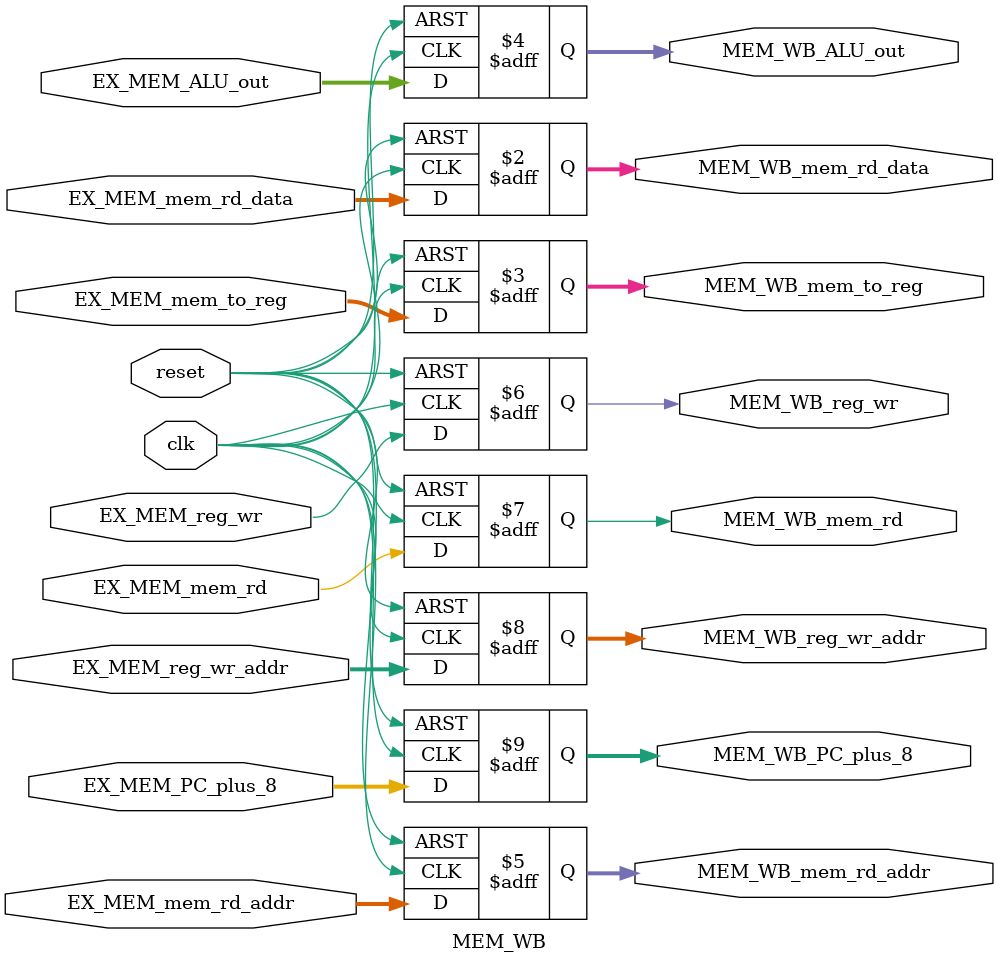
<source format=v>

module MEM_WB (
input clk,
input reset,
input [2-1:0]EX_MEM_mem_to_reg,
input [32 -1:0]EX_MEM_ALU_out,
input [31:0]EX_MEM_mem_rd_data,
input [31:0]EX_MEM_mem_rd_addr,
input EX_MEM_reg_wr,
input [4:0]EX_MEM_reg_wr_addr,
input [32-1:0]EX_MEM_PC_plus_8,
input EX_MEM_mem_rd,               //for forwarding to DM

//output [31:0]MEM_WB_reg_wr_data, this is used for forwarding and created by wb.It should not be passed from EX_MEM.
output reg [31:0]MEM_WB_mem_rd_data,
output reg [2-1:0]MEM_WB_mem_to_reg,
output reg [32 -1:0]MEM_WB_ALU_out,
output reg [31:0]MEM_WB_mem_rd_addr,//this is for forwarding.
output reg MEM_WB_reg_wr,
output reg MEM_WB_mem_rd,               //for forwarding to DM
output reg [4:0]MEM_WB_reg_wr_addr,
output reg [32-1:0]MEM_WB_PC_plus_8
);
    always @(posedge clk or posedge reset)begin
        if(reset)begin
            MEM_WB_mem_to_reg <=0;
            MEM_WB_ALU_out    <=0;
            MEM_WB_mem_rd_addr<=0;
            MEM_WB_reg_wr     <=0;
            MEM_WB_reg_wr_addr<=0;
            MEM_WB_PC_plus_8  <=0;
            MEM_WB_mem_rd_data<=0;
            MEM_WB_mem_rd     <=0;
        end

        else begin
            
            MEM_WB_mem_to_reg <=EX_MEM_mem_to_reg;
            MEM_WB_ALU_out    <=EX_MEM_ALU_out;
            MEM_WB_mem_rd_addr<=EX_MEM_mem_rd_addr;
            MEM_WB_reg_wr     <=EX_MEM_reg_wr;
            MEM_WB_reg_wr_addr<=EX_MEM_reg_wr_addr;
            MEM_WB_PC_plus_8  <=EX_MEM_PC_plus_8;
            MEM_WB_mem_rd_data<=EX_MEM_mem_rd_data;
            MEM_WB_mem_rd     <=EX_MEM_mem_rd;
        end
    end
endmodule

</source>
